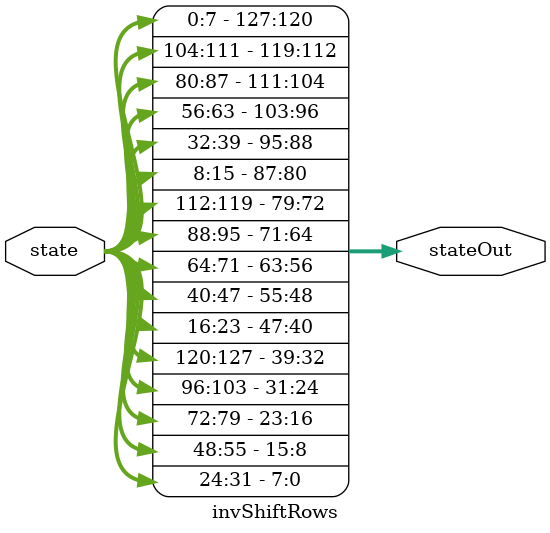
<source format=v>
module invShiftRows(input [0:127] state,			// unsigned 16-byte message to be encrypted in invShiftRows
					output [0:127] stateOut);		// unsigned 16-byte encrypted message after invShiftRows
			
	assign stateOut[0:7] = state[0:7];
	assign stateOut[8:15] = state[104:111];
	assign stateOut[16:23] = state[80:87];
	assign stateOut[24:31] = state[56:63];
	assign stateOut[32:39] = state[32:39];
	assign stateOut[40:47] = state[8:15];
	assign stateOut[48:55] = state[112:119];
	assign stateOut[56:63] = state[88:95];
	assign stateOut[64:71] = state[64:71];
	assign stateOut[72:79] = state[40:47];
	assign stateOut[80:87] = state[16:23];				
	assign stateOut[88:95] = state[120:127];				
	assign stateOut[96:103] = state[96:103];
	assign stateOut[104:111] = state[72:79];
	assign stateOut[112:119] = state[48:55];
	assign stateOut[120:127] = state[24:31];	
					
endmodule
</source>
